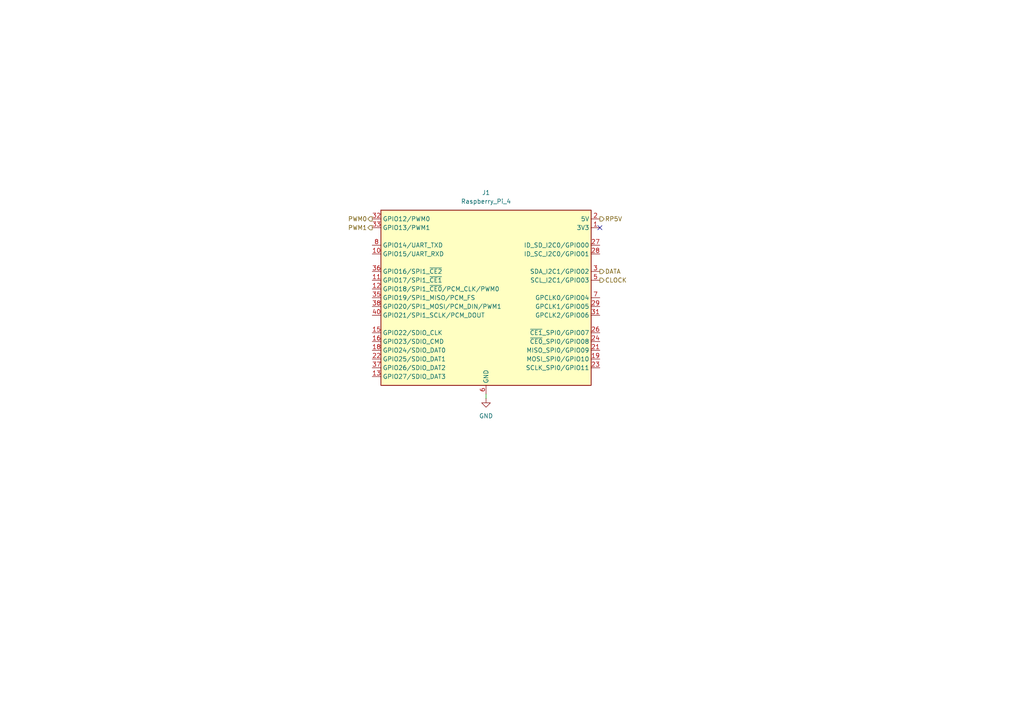
<source format=kicad_sch>
(kicad_sch
	(version 20250114)
	(generator "eeschema")
	(generator_version "9.0")
	(uuid "ee088f2f-47c0-4e88-a9da-76d38def9697")
	(paper "A4")
	(lib_symbols
		(symbol "Connector:Raspberry_Pi_4"
			(exclude_from_sim no)
			(in_bom yes)
			(on_board yes)
			(property "Reference" "J"
				(at -17.526 48.768 0)
				(effects
					(font
						(size 1.27 1.27)
					)
					(justify left bottom)
				)
			)
			(property "Value" "Raspberry_Pi_4"
				(at 15.748 -26.416 0)
				(effects
					(font
						(size 1.27 1.27)
					)
					(justify left top)
				)
			)
			(property "Footprint" ""
				(at 70.104 -47.498 0)
				(effects
					(font
						(size 1.27 1.27)
					)
					(justify left)
					(hide yes)
				)
			)
			(property "Datasheet" "https://datasheets.raspberrypi.com/rpi4/raspberry-pi-4-datasheet.pdf"
				(at 15.748 -32.258 0)
				(effects
					(font
						(size 1.27 1.27)
					)
					(justify left)
					(hide yes)
				)
			)
			(property "Description" "Raspberry Pi 4 Model B"
				(at 15.748 -29.718 0)
				(effects
					(font
						(size 1.27 1.27)
					)
					(justify left)
					(hide yes)
				)
			)
			(property "ki_keywords" "SBC RPi"
				(at 0 0 0)
				(effects
					(font
						(size 1.27 1.27)
					)
					(hide yes)
				)
			)
			(property "ki_fp_filters" "PinHeader*2x20*P2.54mm*Vertical* PinSocket*2x20*P2.54mm*Vertical*"
				(at 0 0 0)
				(effects
					(font
						(size 1.27 1.27)
					)
					(hide yes)
				)
			)
			(symbol "Raspberry_Pi_4_0_1"
				(rectangle
					(start -30.48 25.4)
					(end 30.48 -25.4)
					(stroke
						(width 0.254)
						(type default)
					)
					(fill
						(type background)
					)
				)
			)
			(symbol "Raspberry_Pi_4_1_1"
				(pin bidirectional line
					(at -33.02 22.86 0)
					(length 2.54)
					(name "GPIO12/PWM0"
						(effects
							(font
								(size 1.27 1.27)
							)
						)
					)
					(number "32"
						(effects
							(font
								(size 1.27 1.27)
							)
						)
					)
				)
				(pin bidirectional line
					(at -33.02 20.32 0)
					(length 2.54)
					(name "GPIO13/PWM1"
						(effects
							(font
								(size 1.27 1.27)
							)
						)
					)
					(number "33"
						(effects
							(font
								(size 1.27 1.27)
							)
						)
					)
				)
				(pin bidirectional line
					(at -33.02 15.24 0)
					(length 2.54)
					(name "GPIO14/UART_TXD"
						(effects
							(font
								(size 1.27 1.27)
							)
						)
					)
					(number "8"
						(effects
							(font
								(size 1.27 1.27)
							)
						)
					)
				)
				(pin bidirectional line
					(at -33.02 12.7 0)
					(length 2.54)
					(name "GPIO15/UART_RXD"
						(effects
							(font
								(size 1.27 1.27)
							)
						)
					)
					(number "10"
						(effects
							(font
								(size 1.27 1.27)
							)
						)
					)
				)
				(pin bidirectional line
					(at -33.02 7.62 0)
					(length 2.54)
					(name "GPIO16/SPI1_~{CE2}"
						(effects
							(font
								(size 1.27 1.27)
							)
						)
					)
					(number "36"
						(effects
							(font
								(size 1.27 1.27)
							)
						)
					)
				)
				(pin bidirectional line
					(at -33.02 5.08 0)
					(length 2.54)
					(name "GPIO17/SPI1_~{CE1}"
						(effects
							(font
								(size 1.27 1.27)
							)
						)
					)
					(number "11"
						(effects
							(font
								(size 1.27 1.27)
							)
						)
					)
				)
				(pin bidirectional line
					(at -33.02 2.54 0)
					(length 2.54)
					(name "GPIO18/SPI1_~{CE0}/PCM_CLK/PWM0"
						(effects
							(font
								(size 1.27 1.27)
							)
						)
					)
					(number "12"
						(effects
							(font
								(size 1.27 1.27)
							)
						)
					)
				)
				(pin bidirectional line
					(at -33.02 0 0)
					(length 2.54)
					(name "GPIO19/SPI1_MISO/PCM_FS"
						(effects
							(font
								(size 1.27 1.27)
							)
						)
					)
					(number "35"
						(effects
							(font
								(size 1.27 1.27)
							)
						)
					)
				)
				(pin bidirectional line
					(at -33.02 -2.54 0)
					(length 2.54)
					(name "GPIO20/SPI1_MOSI/PCM_DIN/PWM1"
						(effects
							(font
								(size 1.27 1.27)
							)
						)
					)
					(number "38"
						(effects
							(font
								(size 1.27 1.27)
							)
						)
					)
				)
				(pin bidirectional line
					(at -33.02 -5.08 0)
					(length 2.54)
					(name "GPIO21/SPI1_SCLK/PCM_DOUT"
						(effects
							(font
								(size 1.27 1.27)
							)
						)
					)
					(number "40"
						(effects
							(font
								(size 1.27 1.27)
							)
						)
					)
				)
				(pin bidirectional line
					(at -33.02 -10.16 0)
					(length 2.54)
					(name "GPIO22/SDIO_CLK"
						(effects
							(font
								(size 1.27 1.27)
							)
						)
					)
					(number "15"
						(effects
							(font
								(size 1.27 1.27)
							)
						)
					)
				)
				(pin bidirectional line
					(at -33.02 -12.7 0)
					(length 2.54)
					(name "GPIO23/SDIO_CMD"
						(effects
							(font
								(size 1.27 1.27)
							)
						)
					)
					(number "16"
						(effects
							(font
								(size 1.27 1.27)
							)
						)
					)
				)
				(pin bidirectional line
					(at -33.02 -15.24 0)
					(length 2.54)
					(name "GPIO24/SDIO_DAT0"
						(effects
							(font
								(size 1.27 1.27)
							)
						)
					)
					(number "18"
						(effects
							(font
								(size 1.27 1.27)
							)
						)
					)
				)
				(pin bidirectional line
					(at -33.02 -17.78 0)
					(length 2.54)
					(name "GPIO25/SDIO_DAT1"
						(effects
							(font
								(size 1.27 1.27)
							)
						)
					)
					(number "22"
						(effects
							(font
								(size 1.27 1.27)
							)
						)
					)
				)
				(pin bidirectional line
					(at -33.02 -20.32 0)
					(length 2.54)
					(name "GPIO26/SDIO_DAT2"
						(effects
							(font
								(size 1.27 1.27)
							)
						)
					)
					(number "37"
						(effects
							(font
								(size 1.27 1.27)
							)
						)
					)
				)
				(pin bidirectional line
					(at -33.02 -22.86 0)
					(length 2.54)
					(name "GPIO27/SDIO_DAT3"
						(effects
							(font
								(size 1.27 1.27)
							)
						)
					)
					(number "13"
						(effects
							(font
								(size 1.27 1.27)
							)
						)
					)
				)
				(pin passive line
					(at 0 -27.94 90)
					(length 2.54)
					(hide yes)
					(name "GND"
						(effects
							(font
								(size 1.27 1.27)
							)
						)
					)
					(number "14"
						(effects
							(font
								(size 1.27 1.27)
							)
						)
					)
				)
				(pin passive line
					(at 0 -27.94 90)
					(length 2.54)
					(hide yes)
					(name "GND"
						(effects
							(font
								(size 1.27 1.27)
							)
						)
					)
					(number "20"
						(effects
							(font
								(size 1.27 1.27)
							)
						)
					)
				)
				(pin passive line
					(at 0 -27.94 90)
					(length 2.54)
					(hide yes)
					(name "GND"
						(effects
							(font
								(size 1.27 1.27)
							)
						)
					)
					(number "25"
						(effects
							(font
								(size 1.27 1.27)
							)
						)
					)
				)
				(pin passive line
					(at 0 -27.94 90)
					(length 2.54)
					(hide yes)
					(name "GND"
						(effects
							(font
								(size 1.27 1.27)
							)
						)
					)
					(number "30"
						(effects
							(font
								(size 1.27 1.27)
							)
						)
					)
				)
				(pin passive line
					(at 0 -27.94 90)
					(length 2.54)
					(hide yes)
					(name "GND"
						(effects
							(font
								(size 1.27 1.27)
							)
						)
					)
					(number "34"
						(effects
							(font
								(size 1.27 1.27)
							)
						)
					)
				)
				(pin passive line
					(at 0 -27.94 90)
					(length 2.54)
					(hide yes)
					(name "GND"
						(effects
							(font
								(size 1.27 1.27)
							)
						)
					)
					(number "39"
						(effects
							(font
								(size 1.27 1.27)
							)
						)
					)
				)
				(pin power_out line
					(at 0 -27.94 90)
					(length 2.54)
					(name "GND"
						(effects
							(font
								(size 1.27 1.27)
							)
						)
					)
					(number "6"
						(effects
							(font
								(size 1.27 1.27)
							)
						)
					)
				)
				(pin passive line
					(at 0 -27.94 90)
					(length 2.54)
					(hide yes)
					(name "GND"
						(effects
							(font
								(size 1.27 1.27)
							)
						)
					)
					(number "9"
						(effects
							(font
								(size 1.27 1.27)
							)
						)
					)
				)
				(pin power_out line
					(at 33.02 22.86 180)
					(length 2.54)
					(name "5V"
						(effects
							(font
								(size 1.27 1.27)
							)
						)
					)
					(number "2"
						(effects
							(font
								(size 1.27 1.27)
							)
						)
					)
				)
				(pin passive line
					(at 33.02 22.86 180)
					(length 2.54)
					(hide yes)
					(name "5V"
						(effects
							(font
								(size 1.27 1.27)
							)
						)
					)
					(number "4"
						(effects
							(font
								(size 1.27 1.27)
							)
						)
					)
				)
				(pin power_out line
					(at 33.02 20.32 180)
					(length 2.54)
					(name "3V3"
						(effects
							(font
								(size 1.27 1.27)
							)
						)
					)
					(number "1"
						(effects
							(font
								(size 1.27 1.27)
							)
						)
					)
				)
				(pin passive line
					(at 33.02 20.32 180)
					(length 2.54)
					(hide yes)
					(name "3V3"
						(effects
							(font
								(size 1.27 1.27)
							)
						)
					)
					(number "17"
						(effects
							(font
								(size 1.27 1.27)
							)
						)
					)
				)
				(pin bidirectional line
					(at 33.02 15.24 180)
					(length 2.54)
					(name "ID_SD_I2C0/GPIO00"
						(effects
							(font
								(size 1.27 1.27)
							)
						)
					)
					(number "27"
						(effects
							(font
								(size 1.27 1.27)
							)
						)
					)
				)
				(pin bidirectional line
					(at 33.02 12.7 180)
					(length 2.54)
					(name "ID_SC_I2C0/GPIO01"
						(effects
							(font
								(size 1.27 1.27)
							)
						)
					)
					(number "28"
						(effects
							(font
								(size 1.27 1.27)
							)
						)
					)
				)
				(pin bidirectional line
					(at 33.02 7.62 180)
					(length 2.54)
					(name "SDA_I2C1/GPIO02"
						(effects
							(font
								(size 1.27 1.27)
							)
						)
					)
					(number "3"
						(effects
							(font
								(size 1.27 1.27)
							)
						)
					)
				)
				(pin bidirectional line
					(at 33.02 5.08 180)
					(length 2.54)
					(name "SCL_I2C1/GPIO03"
						(effects
							(font
								(size 1.27 1.27)
							)
						)
					)
					(number "5"
						(effects
							(font
								(size 1.27 1.27)
							)
						)
					)
				)
				(pin bidirectional line
					(at 33.02 0 180)
					(length 2.54)
					(name "GPCLK0/GPIO04"
						(effects
							(font
								(size 1.27 1.27)
							)
						)
					)
					(number "7"
						(effects
							(font
								(size 1.27 1.27)
							)
						)
					)
				)
				(pin bidirectional line
					(at 33.02 -2.54 180)
					(length 2.54)
					(name "GPCLK1/GPIO05"
						(effects
							(font
								(size 1.27 1.27)
							)
						)
					)
					(number "29"
						(effects
							(font
								(size 1.27 1.27)
							)
						)
					)
				)
				(pin bidirectional line
					(at 33.02 -5.08 180)
					(length 2.54)
					(name "GPCLK2/GPIO06"
						(effects
							(font
								(size 1.27 1.27)
							)
						)
					)
					(number "31"
						(effects
							(font
								(size 1.27 1.27)
							)
						)
					)
				)
				(pin bidirectional line
					(at 33.02 -10.16 180)
					(length 2.54)
					(name "~{CE1}_SPI0/GPIO07"
						(effects
							(font
								(size 1.27 1.27)
							)
						)
					)
					(number "26"
						(effects
							(font
								(size 1.27 1.27)
							)
						)
					)
				)
				(pin bidirectional line
					(at 33.02 -12.7 180)
					(length 2.54)
					(name "~{CE0}_SPI0/GPIO08"
						(effects
							(font
								(size 1.27 1.27)
							)
						)
					)
					(number "24"
						(effects
							(font
								(size 1.27 1.27)
							)
						)
					)
				)
				(pin bidirectional line
					(at 33.02 -15.24 180)
					(length 2.54)
					(name "MISO_SPI0/GPIO09"
						(effects
							(font
								(size 1.27 1.27)
							)
						)
					)
					(number "21"
						(effects
							(font
								(size 1.27 1.27)
							)
						)
					)
				)
				(pin bidirectional line
					(at 33.02 -17.78 180)
					(length 2.54)
					(name "MOSI_SPI0/GPIO10"
						(effects
							(font
								(size 1.27 1.27)
							)
						)
					)
					(number "19"
						(effects
							(font
								(size 1.27 1.27)
							)
						)
					)
				)
				(pin bidirectional line
					(at 33.02 -20.32 180)
					(length 2.54)
					(name "SCLK_SPI0/GPIO11"
						(effects
							(font
								(size 1.27 1.27)
							)
						)
					)
					(number "23"
						(effects
							(font
								(size 1.27 1.27)
							)
						)
					)
				)
			)
			(embedded_fonts no)
		)
		(symbol "power:GND"
			(power)
			(pin_numbers
				(hide yes)
			)
			(pin_names
				(offset 0)
				(hide yes)
			)
			(exclude_from_sim no)
			(in_bom yes)
			(on_board yes)
			(property "Reference" "#PWR"
				(at 0 -6.35 0)
				(effects
					(font
						(size 1.27 1.27)
					)
					(hide yes)
				)
			)
			(property "Value" "GND"
				(at 0 -3.81 0)
				(effects
					(font
						(size 1.27 1.27)
					)
				)
			)
			(property "Footprint" ""
				(at 0 0 0)
				(effects
					(font
						(size 1.27 1.27)
					)
					(hide yes)
				)
			)
			(property "Datasheet" ""
				(at 0 0 0)
				(effects
					(font
						(size 1.27 1.27)
					)
					(hide yes)
				)
			)
			(property "Description" "Power symbol creates a global label with name \"GND\" , ground"
				(at 0 0 0)
				(effects
					(font
						(size 1.27 1.27)
					)
					(hide yes)
				)
			)
			(property "ki_keywords" "global power"
				(at 0 0 0)
				(effects
					(font
						(size 1.27 1.27)
					)
					(hide yes)
				)
			)
			(symbol "GND_0_1"
				(polyline
					(pts
						(xy 0 0) (xy 0 -1.27) (xy 1.27 -1.27) (xy 0 -2.54) (xy -1.27 -1.27) (xy 0 -1.27)
					)
					(stroke
						(width 0)
						(type default)
					)
					(fill
						(type none)
					)
				)
			)
			(symbol "GND_1_1"
				(pin power_in line
					(at 0 0 270)
					(length 0)
					(name "~"
						(effects
							(font
								(size 1.27 1.27)
							)
						)
					)
					(number "1"
						(effects
							(font
								(size 1.27 1.27)
							)
						)
					)
				)
			)
			(embedded_fonts no)
		)
	)
	(no_connect
		(at 173.99 66.04)
		(uuid "68e1d66f-cca6-4ed6-902b-467ac1796c11")
	)
	(wire
		(pts
			(xy 140.97 114.3) (xy 140.97 115.57)
		)
		(stroke
			(width 0)
			(type default)
		)
		(uuid "ea386c41-f25f-4054-b9b5-9e2c1e65ffe4")
	)
	(hierarchical_label "DATA"
		(shape output)
		(at 173.99 78.74 0)
		(effects
			(font
				(size 1.27 1.27)
			)
			(justify left)
		)
		(uuid "36877244-9d67-47ca-a9b5-e1ecba40807e")
	)
	(hierarchical_label "PWM1"
		(shape output)
		(at 107.95 66.04 180)
		(effects
			(font
				(size 1.27 1.27)
			)
			(justify right)
		)
		(uuid "708d8eed-8c01-4741-862e-4ed015d5c645")
	)
	(hierarchical_label "RP5V"
		(shape output)
		(at 173.99 63.5 0)
		(effects
			(font
				(size 1.27 1.27)
			)
			(justify left)
		)
		(uuid "b945a9fc-e718-4b7a-b90d-91c61bef7c7a")
	)
	(hierarchical_label "PWM0"
		(shape output)
		(at 107.95 63.5 180)
		(effects
			(font
				(size 1.27 1.27)
			)
			(justify right)
		)
		(uuid "e0609e8c-d4f1-437a-a51d-1ca84b03d02f")
	)
	(hierarchical_label "CLOCK"
		(shape output)
		(at 173.99 81.28 0)
		(effects
			(font
				(size 1.27 1.27)
			)
			(justify left)
		)
		(uuid "ee5f353c-e031-4cec-90ca-e0ad1d74be98")
	)
	(symbol
		(lib_id "power:GND")
		(at 140.97 115.57 0)
		(unit 1)
		(exclude_from_sim no)
		(in_bom yes)
		(on_board yes)
		(dnp no)
		(fields_autoplaced yes)
		(uuid "41242552-2762-4cb8-a81f-3ea6d622acd9")
		(property "Reference" "#PWR029"
			(at 140.97 121.92 0)
			(effects
				(font
					(size 1.27 1.27)
				)
				(hide yes)
			)
		)
		(property "Value" "GND"
			(at 140.97 120.65 0)
			(effects
				(font
					(size 1.27 1.27)
				)
			)
		)
		(property "Footprint" ""
			(at 140.97 115.57 0)
			(effects
				(font
					(size 1.27 1.27)
				)
				(hide yes)
			)
		)
		(property "Datasheet" ""
			(at 140.97 115.57 0)
			(effects
				(font
					(size 1.27 1.27)
				)
				(hide yes)
			)
		)
		(property "Description" "Power symbol creates a global label with name \"GND\" , ground"
			(at 140.97 115.57 0)
			(effects
				(font
					(size 1.27 1.27)
				)
				(hide yes)
			)
		)
		(pin "1"
			(uuid "51d8fb4e-d58b-4e79-8a4d-c98147c37a6e")
		)
		(instances
			(project "Basic Power Distribution"
				(path "/806c945d-80a3-4a32-a262-566a8b69f4ec/a5574892-7c2d-4241-9f95-5856b45f8582"
					(reference "#PWR029")
					(unit 1)
				)
			)
		)
	)
	(symbol
		(lib_id "Connector:Raspberry_Pi_4")
		(at 140.97 86.36 0)
		(unit 1)
		(exclude_from_sim no)
		(in_bom yes)
		(on_board yes)
		(dnp no)
		(fields_autoplaced yes)
		(uuid "d9504d50-5546-456a-ace7-165a5941ff25")
		(property "Reference" "J1"
			(at 140.97 55.88 0)
			(effects
				(font
					(size 1.27 1.27)
				)
			)
		)
		(property "Value" "Raspberry_Pi_4"
			(at 140.97 58.42 0)
			(effects
				(font
					(size 1.27 1.27)
				)
			)
		)
		(property "Footprint" ""
			(at 211.074 133.858 0)
			(effects
				(font
					(size 1.27 1.27)
				)
				(justify left)
				(hide yes)
			)
		)
		(property "Datasheet" "https://datasheets.raspberrypi.com/rpi4/raspberry-pi-4-datasheet.pdf"
			(at 156.718 118.618 0)
			(effects
				(font
					(size 1.27 1.27)
				)
				(justify left)
				(hide yes)
			)
		)
		(property "Description" "Raspberry Pi 4 Model B"
			(at 156.718 116.078 0)
			(effects
				(font
					(size 1.27 1.27)
				)
				(justify left)
				(hide yes)
			)
		)
		(pin "33"
			(uuid "c39ecc21-28bd-4cd9-a3e4-b0cfb70449f7")
		)
		(pin "10"
			(uuid "3f5035e6-f58b-497e-9b59-f96e5a25e6b3")
		)
		(pin "8"
			(uuid "4f94294e-050b-426b-a4d2-9e3a00ee98c8")
		)
		(pin "30"
			(uuid "63e69884-f9d0-4f1d-b0f6-f09f9d24d123")
		)
		(pin "32"
			(uuid "457e53ec-f0a3-4da4-b8e6-59389d112ef3")
		)
		(pin "12"
			(uuid "be6b0229-0312-4347-b409-d45bae095e2f")
		)
		(pin "11"
			(uuid "a9d943a7-9f70-44d2-b40a-e245d1b445ad")
		)
		(pin "38"
			(uuid "54cc74be-1eec-4947-99a8-1a932831ca7c")
		)
		(pin "22"
			(uuid "5d218225-a8d5-42b0-a17a-128516e11c81")
		)
		(pin "13"
			(uuid "bf2f4215-34fc-41e1-a314-0282529ef425")
		)
		(pin "20"
			(uuid "a65dc4bd-6509-4ca4-9693-c70d78c2c46a")
		)
		(pin "40"
			(uuid "a6cd0544-9764-4370-bc4e-5e06cd9847c2")
		)
		(pin "16"
			(uuid "30f421b4-b72e-4264-ad12-902d4305d5c1")
		)
		(pin "36"
			(uuid "c22113cf-f662-4a00-b1a9-b04544eaeb13")
		)
		(pin "35"
			(uuid "a7978dac-c895-4227-a19f-e3c0024cda3d")
		)
		(pin "15"
			(uuid "7c9f1eb9-f443-4437-af81-e5eaa3bdc6e7")
		)
		(pin "18"
			(uuid "8a9579c9-e6b7-4147-9cbe-3e4bea10fbcc")
		)
		(pin "37"
			(uuid "92560cc2-9911-4548-a7c4-8d2ecff15ab0")
		)
		(pin "14"
			(uuid "bde63c69-ebdd-4820-aabe-396b6c7549b2")
		)
		(pin "25"
			(uuid "d0c4fc40-04cb-45a9-9a7e-b698b17d7a72")
		)
		(pin "39"
			(uuid "f63ff64a-66ba-42d7-94b7-556f3a264fe3")
		)
		(pin "2"
			(uuid "3a1f44d9-647d-4ee6-8017-3630a7d948a4")
		)
		(pin "1"
			(uuid "8d7ae725-2ba9-4f36-a6a6-3f2699e3f43f")
		)
		(pin "34"
			(uuid "a616a68c-7481-4a0b-bfaf-dd9a25cb2517")
		)
		(pin "27"
			(uuid "f71ae353-c887-491d-97b9-10fb7709bf6b")
		)
		(pin "3"
			(uuid "317d5fcb-c159-4eba-9db4-1a777380f845")
		)
		(pin "4"
			(uuid "93e4a8bd-e838-4a6a-a4d9-4b34f585e2e9")
		)
		(pin "17"
			(uuid "779819ea-15dd-4c95-b54e-4c72b0b92d5f")
		)
		(pin "7"
			(uuid "d5bb8548-3967-4d55-b215-0a80cd047afc")
		)
		(pin "29"
			(uuid "5ac84b46-6bf6-4d2f-bf46-0f6d91f5af74")
		)
		(pin "31"
			(uuid "c2f43004-f9a6-43b4-a7c3-d6463a90a504")
		)
		(pin "26"
			(uuid "39d8526e-0672-4219-833a-88b8383a6895")
		)
		(pin "5"
			(uuid "1b7dd326-373c-4c03-b046-8643d7890c2c")
		)
		(pin "24"
			(uuid "6ffc863e-6d84-4945-9d13-3a527088ad6c")
		)
		(pin "6"
			(uuid "94d06204-3a0a-4a96-a8d1-5d71dce66320")
		)
		(pin "21"
			(uuid "d7b82f08-d15a-4103-bb94-967b50d6cf53")
		)
		(pin "28"
			(uuid "bf474b69-02bf-468d-9adc-687ca5e8d69a")
		)
		(pin "9"
			(uuid "3ebbb72e-d364-4c40-941d-e93dae3739d3")
		)
		(pin "19"
			(uuid "2cabed92-7be6-4e77-ad77-6e6250a9bedd")
		)
		(pin "23"
			(uuid "ab8bfb9f-b939-4540-bed5-b86e0a6782c4")
		)
		(instances
			(project "Basic Power Distribution"
				(path "/806c945d-80a3-4a32-a262-566a8b69f4ec/a5574892-7c2d-4241-9f95-5856b45f8582"
					(reference "J1")
					(unit 1)
				)
			)
		)
	)
)

</source>
